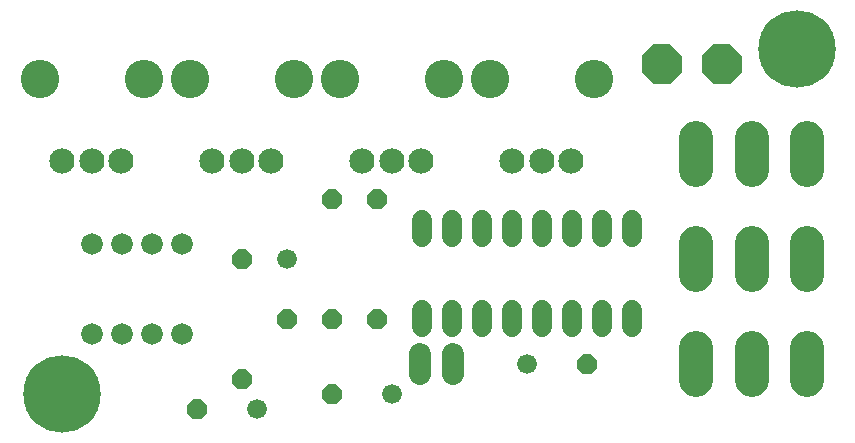
<source format=gbr>
G04 EAGLE Gerber RS-274X export*
G75*
%MOMM*%
%FSLAX34Y34*%
%LPD*%
%INSoldermask Bottom*%
%IPPOS*%
%AMOC8*
5,1,8,0,0,1.08239X$1,22.5*%
G01*
%ADD10C,1.676400*%
%ADD11P,1.814519X8X202.500000*%
%ADD12P,3.629037X8X112.500000*%
%ADD13C,1.828800*%
%ADD14C,1.676400*%
%ADD15C,1.879600*%
%ADD16P,1.814519X8X112.500000*%
%ADD17C,3.251200*%
%ADD18C,2.133600*%
%ADD19C,6.553200*%
%ADD20P,1.814519X8X292.500000*%
%ADD21P,1.814519X8X22.500000*%
%ADD22C,2.908300*%


D10*
X228600Y38100D03*
D11*
X177800Y38100D03*
D12*
X622300Y330200D03*
X571500Y330200D03*
D13*
X88900Y101600D03*
X114300Y101600D03*
X114300Y177800D03*
X88900Y177800D03*
X139700Y101600D03*
X165100Y101600D03*
X139700Y177800D03*
X165100Y177800D03*
D14*
X368300Y121666D02*
X368300Y106934D01*
X393700Y106934D02*
X393700Y121666D01*
X520700Y121666D02*
X520700Y106934D01*
X546100Y106934D02*
X546100Y121666D01*
X419100Y121666D02*
X419100Y106934D01*
X444500Y106934D02*
X444500Y121666D01*
X495300Y121666D02*
X495300Y106934D01*
X469900Y106934D02*
X469900Y121666D01*
X546100Y183134D02*
X546100Y197866D01*
X520700Y197866D02*
X520700Y183134D01*
X495300Y183134D02*
X495300Y197866D01*
X469900Y197866D02*
X469900Y183134D01*
X444500Y183134D02*
X444500Y197866D01*
X419100Y197866D02*
X419100Y183134D01*
X393700Y183134D02*
X393700Y197866D01*
X368300Y197866D02*
X368300Y183134D01*
D15*
X394970Y84582D02*
X394970Y67818D01*
X367030Y67818D02*
X367030Y84582D01*
D16*
X215900Y63500D03*
X215900Y165100D03*
D17*
X44900Y317500D03*
D18*
X113900Y247500D03*
X88900Y247500D03*
X63900Y247500D03*
D17*
X132900Y317500D03*
D19*
X685800Y342900D03*
D17*
X171900Y317500D03*
D18*
X240900Y247500D03*
X215900Y247500D03*
X190900Y247500D03*
D17*
X259900Y317500D03*
D20*
X292100Y215900D03*
X292100Y114300D03*
D10*
X254000Y165100D03*
D20*
X254000Y114300D03*
D16*
X330200Y114300D03*
X330200Y215900D03*
D10*
X457200Y76200D03*
D21*
X508000Y76200D03*
D19*
X63500Y50800D03*
D17*
X298900Y317500D03*
D18*
X367900Y247500D03*
X342900Y247500D03*
X317900Y247500D03*
D17*
X386900Y317500D03*
D22*
X600710Y267526D02*
X600710Y240475D01*
X647700Y240475D02*
X647700Y267526D01*
X694690Y267526D02*
X694690Y240475D01*
X694690Y178626D02*
X694690Y151575D01*
X647700Y151575D02*
X647700Y178626D01*
X600710Y178626D02*
X600710Y151575D01*
D10*
X342900Y50800D03*
D11*
X292100Y50800D03*
D22*
X694690Y62675D02*
X694690Y89726D01*
X647700Y89726D02*
X647700Y62675D01*
X600710Y62675D02*
X600710Y89726D01*
D17*
X425900Y317500D03*
D18*
X494900Y247500D03*
X469900Y247500D03*
X444900Y247500D03*
D17*
X513900Y317500D03*
M02*

</source>
